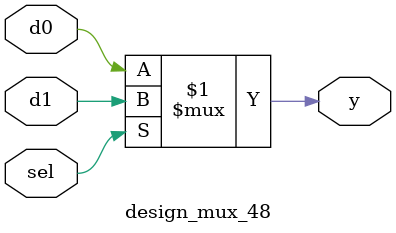
<source format=sv>
module design_mux_48(input logic sel, d0, d1, output logic y);
  assign y = sel ? d1 : d0;
endmodule

</source>
